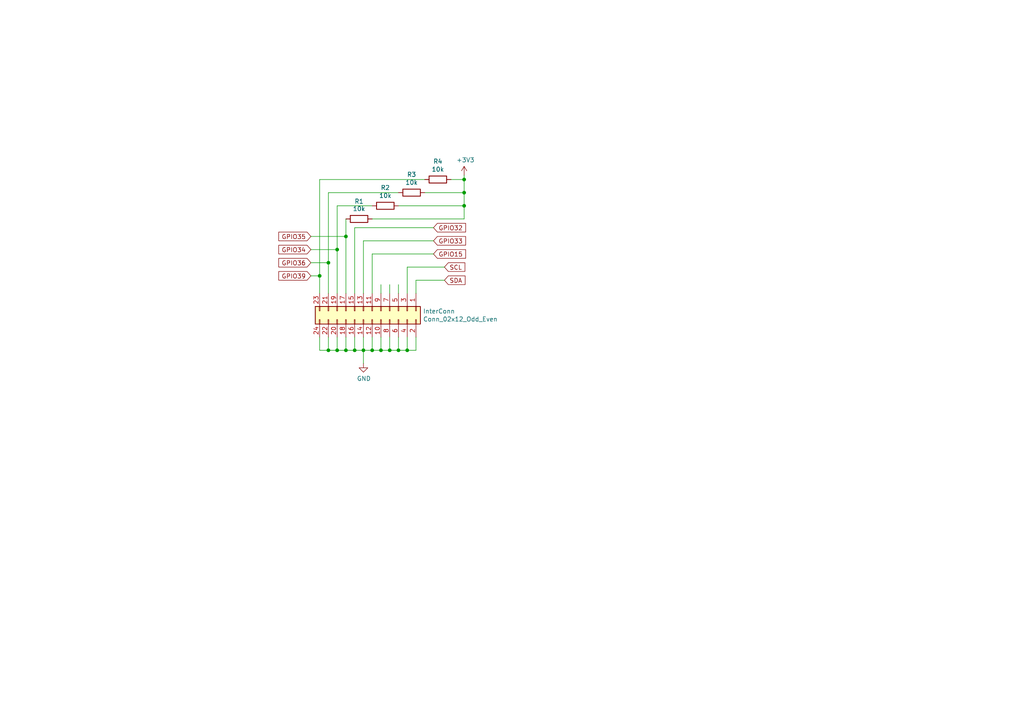
<source format=kicad_sch>
(kicad_sch (version 20230121) (generator eeschema)
  (paper "A4")
  (lib_symbols
    (symbol "Connector_Generic:Conn_02x12_Odd_Even" (pin_names (offset 1.016) hide)
      (property "Reference" "J" (at 1.27 15.24 0))
      (property "Value" "Conn_02x12_Odd_Even" (at 1.27 -17.78 0))
      (symbol "Conn_02x12_Odd_Even_1_1"
        (rectangle (start -1.27 -15.113) (end 0 -15.367) (stroke (width 0.1524)))
        (rectangle (start -1.27 -12.573) (end 0 -12.827) (stroke (width 0.1524)))
        (rectangle (start -1.27 -10.033) (end 0 -10.287) (stroke (width 0.1524)))
        (rectangle (start -1.27 -7.493) (end 0 -7.747) (stroke (width 0.1524)))
        (rectangle (start -1.27 -4.953) (end 0 -5.207) (stroke (width 0.1524)))
        (rectangle (start -1.27 -2.413) (end 0 -2.667) (stroke (width 0.1524)))
        (rectangle (start -1.27 0.127) (end 0 -0.127) (stroke (width 0.1524)))
        (rectangle (start -1.27 2.667) (end 0 2.413) (stroke (width 0.1524)))
        (rectangle (start -1.27 5.207) (end 0 4.953) (stroke (width 0.1524)))
        (rectangle (start -1.27 7.747) (end 0 7.493) (stroke (width 0.1524)))
        (rectangle (start -1.27 10.287) (end 0 10.033) (stroke (width 0.1524)))
        (rectangle (start -1.27 12.827) (end 0 12.573) (stroke (width 0.1524)))
        (rectangle (start -1.27 13.97) (end 3.81 -16.51) (stroke (width 0.254)) (fill (type background)))
        (rectangle (start 3.81 -15.113) (end 2.54 -15.367) (stroke (width 0.1524)))
        (rectangle (start 3.81 -12.573) (end 2.54 -12.827) (stroke (width 0.1524)))
        (rectangle (start 3.81 -10.033) (end 2.54 -10.287) (stroke (width 0.1524)))
        (rectangle (start 3.81 -7.493) (end 2.54 -7.747) (stroke (width 0.1524)))
        (rectangle (start 3.81 -4.953) (end 2.54 -5.207) (stroke (width 0.1524)))
        (rectangle (start 3.81 -2.413) (end 2.54 -2.667) (stroke (width 0.1524)))
        (rectangle (start 3.81 0.127) (end 2.54 -0.127) (stroke (width 0.1524)))
        (rectangle (start 3.81 2.667) (end 2.54 2.413) (stroke (width 0.1524)))
        (rectangle (start 3.81 5.207) (end 2.54 4.953) (stroke (width 0.1524)))
        (rectangle (start 3.81 7.747) (end 2.54 7.493) (stroke (width 0.1524)))
        (rectangle (start 3.81 10.287) (end 2.54 10.033) (stroke (width 0.1524)))
        (rectangle (start 3.81 12.827) (end 2.54 12.573) (stroke (width 0.1524)))
        (pin passive line (at -5.08 12.7 0) (length 3.81) (name "Pin_1") (number "1"))
        (pin passive line (at 7.62 2.54 180) (length 3.81) (name "Pin_10") (number "10"))
        (pin passive line (at -5.08 0 0) (length 3.81) (name "Pin_11") (number "11"))
        (pin passive line (at 7.62 0 180) (length 3.81) (name "Pin_12") (number "12"))
        (pin passive line (at -5.08 -2.54 0) (length 3.81) (name "Pin_13") (number "13"))
        (pin passive line (at 7.62 -2.54 180) (length 3.81) (name "Pin_14") (number "14"))
        (pin passive line (at -5.08 -5.08 0) (length 3.81) (name "Pin_15") (number "15"))
        (pin passive line (at 7.62 -5.08 180) (length 3.81) (name "Pin_16") (number "16"))
        (pin passive line (at -5.08 -7.62 0) (length 3.81) (name "Pin_17") (number "17"))
        (pin passive line (at 7.62 -7.62 180) (length 3.81) (name "Pin_18") (number "18"))
        (pin passive line (at -5.08 -10.16 0) (length 3.81) (name "Pin_19") (number "19"))
        (pin passive line (at 7.62 12.7 180) (length 3.81) (name "Pin_2") (number "2"))
        (pin passive line (at 7.62 -10.16 180) (length 3.81) (name "Pin_20") (number "20"))
        (pin passive line (at -5.08 -12.7 0) (length 3.81) (name "Pin_21") (number "21"))
        (pin passive line (at 7.62 -12.7 180) (length 3.81) (name "Pin_22") (number "22"))
        (pin passive line (at -5.08 -15.24 0) (length 3.81) (name "Pin_23") (number "23"))
        (pin passive line (at 7.62 -15.24 180) (length 3.81) (name "Pin_24") (number "24"))
        (pin passive line (at -5.08 10.16 0) (length 3.81) (name "Pin_3") (number "3"))
        (pin passive line (at 7.62 10.16 180) (length 3.81) (name "Pin_4") (number "4"))
        (pin passive line (at -5.08 7.62 0) (length 3.81) (name "Pin_5") (number "5"))
        (pin passive line (at 7.62 7.62 180) (length 3.81) (name "Pin_6") (number "6"))
        (pin passive line (at -5.08 5.08 0) (length 3.81) (name "Pin_7") (number "7"))
        (pin passive line (at 7.62 5.08 180) (length 3.81) (name "Pin_8") (number "8"))
        (pin passive line (at -5.08 2.54 0) (length 3.81) (name "Pin_9") (number "9"))
      )
    )
    (symbol "Device:R" (pin_numbers hide) (pin_names (offset 0))
      (property "Reference" "R" (at 2.032 0 90))
      (property "Value" "R" (at 0 0 90))
      (symbol "R_0_1"
        (rectangle (start -1.016 -2.54) (end 1.016 2.54) (stroke (width 0.254)))
      )
      (symbol "R_1_1"
        (pin passive line (at 0 3.81 270) (length 1.27) (name "~") (number "1"))
        (pin passive line (at 0 -3.81 90) (length 1.27) (name "~") (number "2"))
      )
    )
    (symbol "ESP32extention-rescue:+3.3V-power" (power) (pin_names (offset 0))
      (property "Value" "+3.3V-power" (at 0 3.556 0))
      (symbol "+3.3V-power_0_1"
        (polyline (pts (xy -0.762 1.27) (xy 0 2.54)))
        (polyline (pts (xy 0 0) (xy 0 2.54)))
        (polyline (pts (xy 0 2.54) (xy 0.762 1.27)))
      )
      (symbol "+3.3V-power_1_1"
        (pin power_in line (at 0 0 90) (length 0) hide (name "+3V3") (number "1"))
      )
    )
    (symbol "power:GND" (power) (pin_names (offset 0))
      (property "Value" "GND" (at 0 -3.81 0))
      (symbol "GND_0_1"
        (polyline (pts (xy 0 0) (xy 0 -1.27) (xy 1.27 -1.27) (xy 0 -2.54) (xy -1.27 -1.27) (xy 0 -1.27)))
      )
      (symbol "GND_1_1"
        (pin power_in line (at 0 0 270) (length 0) hide (name "GND") (number "1"))
      )
    )
  )
  (junction (at 95.25 76.2))
  (junction (at 97.79 101.6))
  (junction (at 134.62 52.07))
  (junction (at 97.79 72.39))
  (junction (at 134.62 55.88))
  (junction (at 92.71 80.01))
  (junction (at 107.95 101.6))
  (junction (at 102.87 101.6))
  (junction (at 110.49 101.6))
  (junction (at 100.33 101.6))
  (junction (at 115.57 101.6))
  (junction (at 105.41 101.6))
  (junction (at 134.62 59.69))
  (junction (at 95.25 101.6))
  (junction (at 113.03 101.6))
  (junction (at 100.33 68.58))
  (junction (at 118.11 101.6))
  (wire (pts (xy 110.49 101.6) (xy 113.03 101.6)))
  (wire (pts (xy 97.79 72.39) (xy 97.79 85.09)))
  (wire (pts (xy 107.95 63.5) (xy 134.62 63.5)))
  (wire (pts (xy 95.25 76.2) (xy 95.25 85.09)))
  (wire (pts (xy 102.87 66.04) (xy 102.87 85.09)))
  (wire (pts (xy 134.62 52.07) (xy 134.62 50.8)))
  (wire (pts (xy 120.65 81.28) (xy 120.65 85.09)))
  (wire (pts (xy 134.62 59.69) (xy 134.62 55.88)))
  (wire (pts (xy 95.25 97.79) (xy 95.25 101.6)))
  (wire (pts (xy 95.25 76.2) (xy 95.25 55.88)))
  (wire (pts (xy 134.62 63.5) (xy 134.62 59.69)))
  (wire (pts (xy 134.62 55.88) (xy 134.62 52.07)))
  (wire (pts (xy 120.65 101.6) (xy 120.65 97.79)))
  (wire (pts (xy 95.25 55.88) (xy 115.57 55.88)))
  (wire (pts (xy 110.49 97.79) (xy 110.49 101.6)))
  (wire (pts (xy 120.65 81.28) (xy 128.905 81.28)))
  (wire (pts (xy 90.17 80.01) (xy 92.71 80.01)))
  (wire (pts (xy 107.95 97.79) (xy 107.95 101.6)))
  (wire (pts (xy 107.95 101.6) (xy 110.49 101.6)))
  (wire (pts (xy 100.33 68.58) (xy 100.33 63.5)))
  (wire (pts (xy 90.17 76.2) (xy 95.25 76.2)))
  (wire (pts (xy 92.71 80.01) (xy 92.71 85.09)))
  (wire (pts (xy 100.33 68.58) (xy 100.33 85.09)))
  (wire (pts (xy 115.57 97.79) (xy 115.57 101.6)))
  (wire (pts (xy 107.95 73.66) (xy 107.95 85.09)))
  (wire (pts (xy 118.11 97.79) (xy 118.11 101.6)))
  (wire (pts (xy 118.11 101.6) (xy 120.65 101.6)))
  (wire (pts (xy 113.03 101.6) (xy 115.57 101.6)))
  (wire (pts (xy 105.41 105.41) (xy 105.41 101.6)))
  (wire (pts (xy 95.25 101.6) (xy 97.79 101.6)))
  (wire (pts (xy 97.79 101.6) (xy 100.33 101.6)))
  (wire (pts (xy 118.11 77.47) (xy 118.11 85.09)))
  (wire (pts (xy 102.87 97.79) (xy 102.87 101.6)))
  (wire (pts (xy 105.41 101.6) (xy 107.95 101.6)))
  (wire (pts (xy 125.73 66.04) (xy 102.87 66.04)))
  (wire (pts (xy 115.57 59.69) (xy 134.62 59.69)))
  (wire (pts (xy 115.57 101.6) (xy 118.11 101.6)))
  (wire (pts (xy 113.03 85.09) (xy 113.03 82.55)))
  (wire (pts (xy 118.11 77.47) (xy 128.905 77.47)))
  (wire (pts (xy 90.17 72.39) (xy 97.79 72.39)))
  (wire (pts (xy 105.41 69.85) (xy 105.41 85.09)))
  (wire (pts (xy 105.41 97.79) (xy 105.41 101.6)))
  (wire (pts (xy 113.03 97.79) (xy 113.03 101.6)))
  (wire (pts (xy 92.71 52.07) (xy 123.19 52.07)))
  (wire (pts (xy 90.17 68.58) (xy 100.33 68.58)))
  (wire (pts (xy 115.57 85.09) (xy 115.57 82.55)))
  (wire (pts (xy 110.49 85.09) (xy 110.49 82.55)))
  (wire (pts (xy 123.19 55.88) (xy 134.62 55.88)))
  (wire (pts (xy 102.87 101.6) (xy 105.41 101.6)))
  (wire (pts (xy 97.79 59.69) (xy 107.95 59.69)))
  (wire (pts (xy 100.33 101.6) (xy 102.87 101.6)))
  (wire (pts (xy 125.73 73.66) (xy 107.95 73.66)))
  (wire (pts (xy 92.71 97.79) (xy 92.71 101.6)))
  (wire (pts (xy 92.71 101.6) (xy 95.25 101.6)))
  (wire (pts (xy 92.71 52.07) (xy 92.71 80.01)))
  (wire (pts (xy 100.33 97.79) (xy 100.33 101.6)))
  (wire (pts (xy 125.73 69.85) (xy 105.41 69.85)))
  (wire (pts (xy 97.79 97.79) (xy 97.79 101.6)))
  (wire (pts (xy 97.79 59.69) (xy 97.79 72.39)))
  (wire (pts (xy 130.81 52.07) (xy 134.62 52.07)))
  (global_label "SDA" (shape input) (at 128.905 81.28 0) (property "Intersheetrefs" "${INTERSHEET_REFS}" (effects hide)))
  (global_label "GPIO32" (shape input) (at 125.73 66.04 0) (property "Intersheetrefs" "${INTERSHEET_REFS}" (effects hide)))
  (global_label "SCL" (shape input) (at 128.905 77.47 0) (property "Intersheetrefs" "${INTERSHEET_REFS}" (effects hide)))
  (global_label "GPIO36" (shape input) (at 90.17 76.2 180) (property "Intersheetrefs" "${INTERSHEET_REFS}" (effects hide)))
  (global_label "GPIO35" (shape input) (at 90.17 68.58 180) (property "Intersheetrefs" "${INTERSHEET_REFS}" (effects hide)))
  (global_label "GPIO15" (shape input) (at 125.73 73.66 0) (property "Intersheetrefs" "${INTERSHEET_REFS}" (effects hide)))
  (global_label "GPIO33" (shape input) (at 125.73 69.85 0) (property "Intersheetrefs" "${INTERSHEET_REFS}" (effects hide)))
  (global_label "GPIO39" (shape input) (at 90.17 80.01 180) (property "Intersheetrefs" "${INTERSHEET_REFS}" (effects hide)))
  (global_label "GPIO34" (shape input) (at 90.17 72.39 180) (property "Intersheetrefs" "${INTERSHEET_REFS}" (effects hide)))
  (symbol (lib_id "Connector_Generic:Conn_02x12_Odd_Even") (at 107.95 90.17 270) (unit 1)
    (property "Reference" "InterConn" (at 122.682 90.2716 90) (effects (justify left)))
    (property "Value" "Conn_02x12_Odd_Even" (at 122.682 92.583 90) (effects (justify left)))
  )
  (symbol (lib_id "power:GND") (at 105.41 105.41 0) (unit 1)
    (property "Reference" "#PWR?" (effects hide))
    (property "Value" "GND" (at 105.537 109.8042 0))
  )
  (symbol (lib_id "ESP32extention-rescue:+3.3V-power") (at 134.62 50.8 0) (unit 1)
    (property "Reference" "#PWR?" (effects hide))
    (property "Value" "+3.3V" (at 135.001 46.4058 0))
  )
  (symbol (lib_id "Device:R") (at 104.14 63.5 270) (unit 1)
    (property "Reference" "R1" (at 104.14 58.42 90))
    (property "Value" "10k" (at 104.14 60.5536 90))
  )
  (symbol (lib_id "Device:R") (at 111.76 59.69 270) (unit 1)
    (property "Reference" "R2" (at 111.76 54.4322 90))
    (property "Value" "10k" (at 111.76 56.7436 90))
  )
  (symbol (lib_id "Device:R") (at 119.38 55.88 270) (unit 1)
    (property "Reference" "R3" (at 119.38 50.6222 90))
    (property "Value" "10k" (at 119.38 52.9336 90))
  )
  (symbol (lib_id "Device:R") (at 127 52.07 270) (unit 1)
    (property "Reference" "R4" (at 127 46.8122 90))
    (property "Value" "10k" (at 127 49.1236 90))
  )
)
</source>
